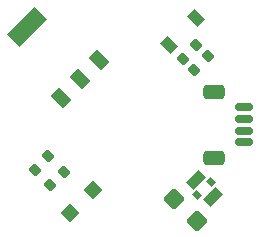
<source format=gbr>
%TF.GenerationSoftware,KiCad,Pcbnew,(5.99.0-11604-g878538abff)*%
%TF.CreationDate,2021-08-06T13:26:27+02:00*%
%TF.ProjectId,pixel-pump-motor-board,70697865-6c2d-4707-956d-702d6d6f746f,rev?*%
%TF.SameCoordinates,Original*%
%TF.FileFunction,Paste,Top*%
%TF.FilePolarity,Positive*%
%FSLAX46Y46*%
G04 Gerber Fmt 4.6, Leading zero omitted, Abs format (unit mm)*
G04 Created by KiCad (PCBNEW (5.99.0-11604-g878538abff)) date 2021-08-06 13:26:27*
%MOMM*%
%LPD*%
G01*
G04 APERTURE LIST*
G04 Aperture macros list*
%AMRoundRect*
0 Rectangle with rounded corners*
0 $1 Rounding radius*
0 $2 $3 $4 $5 $6 $7 $8 $9 X,Y pos of 4 corners*
0 Add a 4 corners polygon primitive as box body*
4,1,4,$2,$3,$4,$5,$6,$7,$8,$9,$2,$3,0*
0 Add four circle primitives for the rounded corners*
1,1,$1+$1,$2,$3*
1,1,$1+$1,$4,$5*
1,1,$1+$1,$6,$7*
1,1,$1+$1,$8,$9*
0 Add four rect primitives between the rounded corners*
20,1,$1+$1,$2,$3,$4,$5,0*
20,1,$1+$1,$4,$5,$6,$7,0*
20,1,$1+$1,$6,$7,$8,$9,0*
20,1,$1+$1,$8,$9,$2,$3,0*%
%AMRotRect*
0 Rectangle, with rotation*
0 The origin of the aperture is its center*
0 $1 length*
0 $2 width*
0 $3 Rotation angle, in degrees counterclockwise*
0 Add horizontal line*
21,1,$1,$2,0,0,$3*%
G04 Aperture macros list end*
%ADD10RotRect,0.863600X1.473200X315.000000*%
%ADD11RotRect,0.685800X0.533400X315.000000*%
%ADD12RotRect,0.990600X1.498600X45.000000*%
%ADD13RotRect,3.276600X1.498600X45.000000*%
%ADD14RoundRect,0.250000X0.618718X-0.017678X-0.017678X0.618718X-0.618718X0.017678X0.017678X-0.618718X0*%
%ADD15RoundRect,0.150000X0.625000X-0.150000X0.625000X0.150000X-0.625000X0.150000X-0.625000X-0.150000X0*%
%ADD16RoundRect,0.250000X0.650000X-0.350000X0.650000X0.350000X-0.650000X0.350000X-0.650000X-0.350000X0*%
%ADD17RoundRect,0.200000X0.053033X-0.335876X0.335876X-0.053033X-0.053033X0.335876X-0.335876X0.053033X0*%
%ADD18RotRect,0.900000X1.200000X45.000000*%
%ADD19RoundRect,0.200000X-0.053033X0.335876X-0.335876X0.053033X0.053033X-0.335876X0.335876X-0.053033X0*%
%ADD20RotRect,1.100000X1.100000X45.000000*%
G04 APERTURE END LIST*
D10*
%TO.C,U1*%
X85163619Y-63763619D03*
X86636381Y-65236381D03*
D11*
X86483717Y-63916283D03*
X85316283Y-65083717D03*
%TD*%
D12*
%TO.C,Q1*%
X73760138Y-56868030D03*
X75376584Y-55251584D03*
X76993030Y-53635138D03*
D13*
X70922377Y-50797377D03*
%TD*%
D14*
%TO.C,C1*%
X85254594Y-67254594D03*
X83345406Y-65345406D03*
%TD*%
D15*
%TO.C,J1*%
X89275000Y-60600000D03*
X89275000Y-59600000D03*
X89275000Y-58600000D03*
X89275000Y-57600000D03*
D16*
X86750000Y-61900000D03*
X86750000Y-56300000D03*
%TD*%
D17*
%TO.C,R1*%
X72822637Y-64235763D03*
X73989363Y-63069037D03*
%TD*%
%TO.C,R4*%
X84066637Y-53508363D03*
X85233363Y-52341637D03*
%TD*%
%TO.C,R2*%
X71527237Y-62889563D03*
X72693963Y-61722837D03*
%TD*%
D18*
%TO.C,D2*%
X82883274Y-52366726D03*
X85216726Y-50033274D03*
%TD*%
D19*
%TO.C,R3*%
X86208363Y-53291637D03*
X85041637Y-54458363D03*
%TD*%
D20*
%TO.C,D1*%
X74510051Y-66589949D03*
X76489949Y-64610051D03*
%TD*%
M02*

</source>
